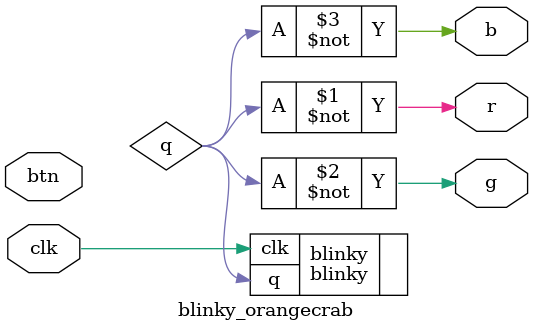
<source format=v>
module blinky_orangecrab
  (input wire 	    clk,
   input wire       btn,
   output wire 	    r,
   output wire 	    g,
   output wire 	    b,
   );


   blinky #(.clk_freq_hz (48_000_000)) blinky
     (.clk (clk),
      .q   (q));

    assign r = ~q;
    assign g = ~q;
    assign b = ~q;
endmodule

</source>
